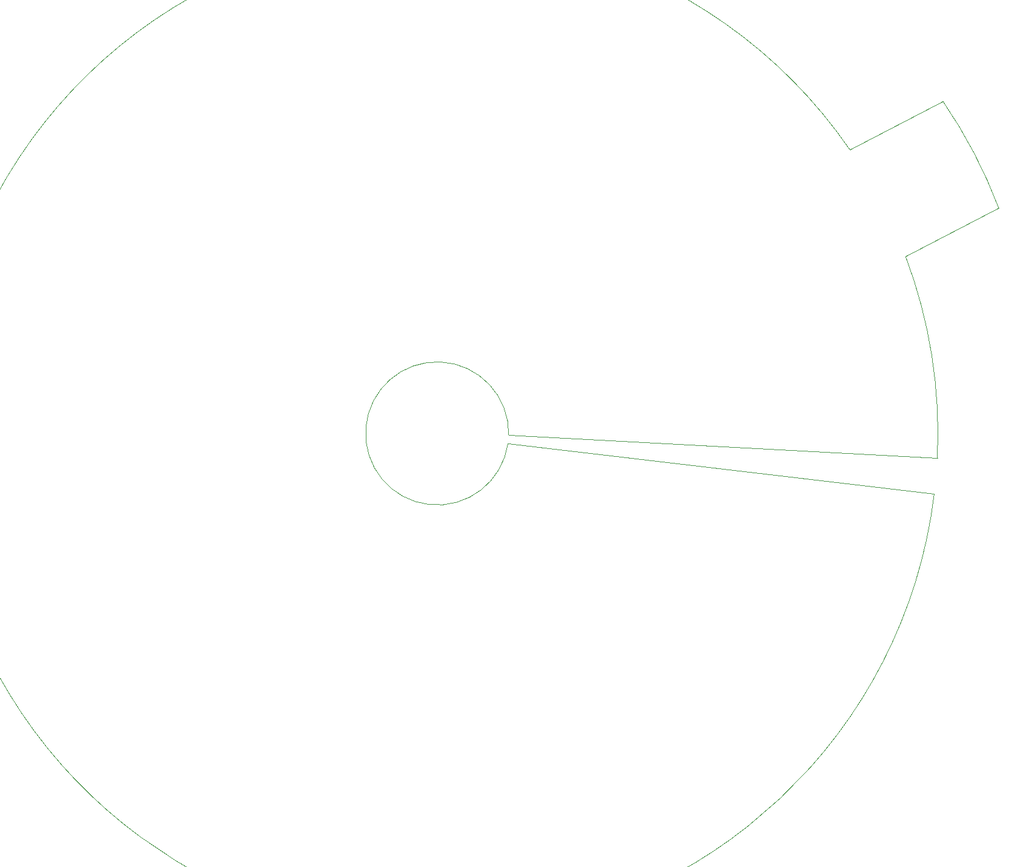
<source format=gbr>
%TF.GenerationSoftware,Altium Limited,Altium Designer,21.9.2 (33)*%
G04 Layer_Color=0*
%FSLAX45Y45*%
%MOMM*%
%TF.SameCoordinates,B78EE042-0323-46B1-AAD3-62A74F185881*%
%TF.FilePolarity,Positive*%
%TF.FileFunction,Profile,NP*%
%TF.Part,Single*%
G01*
G75*
%TA.AperFunction,Profile*%
%ADD13C,0.02540*%
D13*
X990024Y-140901D02*
G02*
X999781Y-20942I-990024J140901D01*
G01*
X6991498Y-344651D01*
D02*
G03*
X6548110Y2474286I-6991497J344651D01*
G01*
X6548107Y2474323D01*
X7850000Y3150000D01*
D02*
G03*
X7070775Y4640519I-6548099J-2474320D01*
G01*
X5768883Y3964844D01*
D02*
G03*
X6948594Y-846782I-5768884J-3964844D01*
G01*
X990024Y-140901D01*
%TF.MD5,911705d4e5951c270ea722f2133e1dcf*%
M02*

</source>
